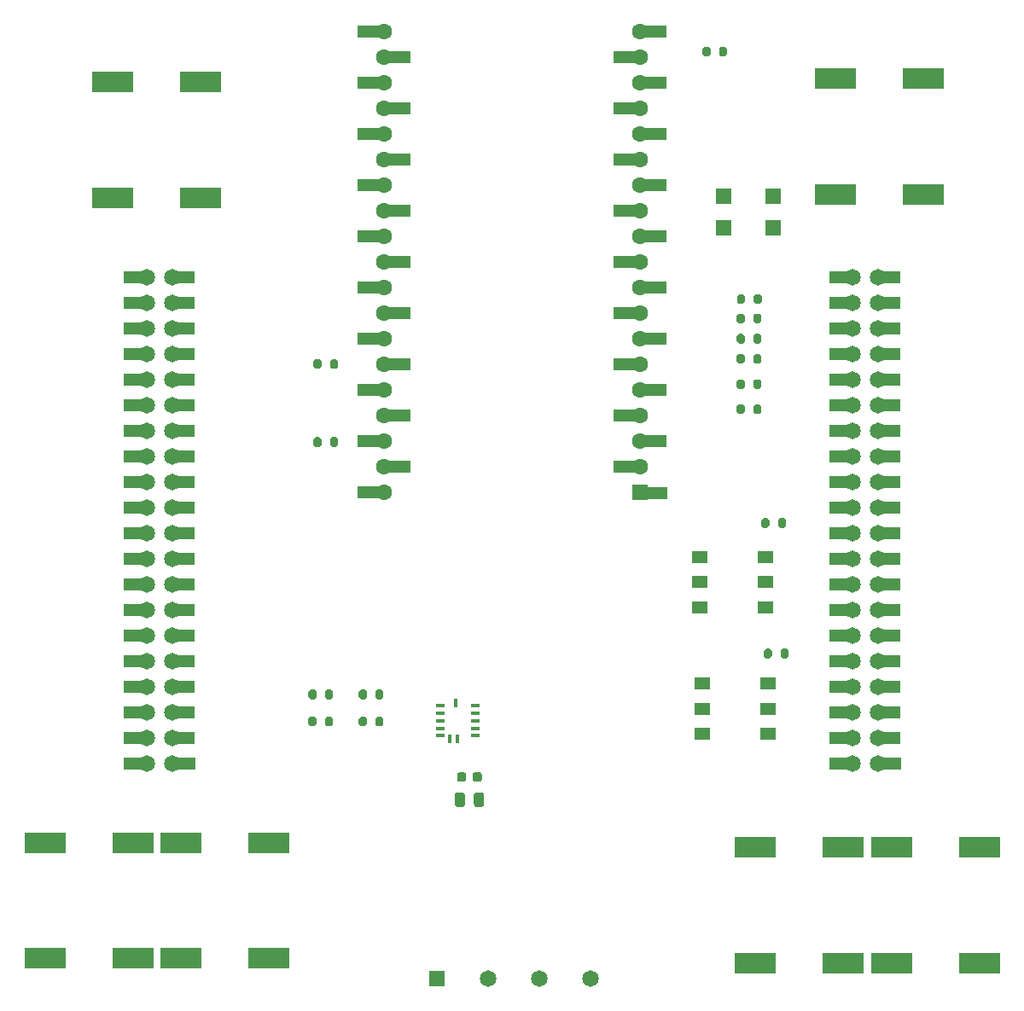
<source format=gbr>
%TF.GenerationSoftware,KiCad,Pcbnew,(5.1.9)-1*%
%TF.CreationDate,2021-10-25T22:56:29-04:00*%
%TF.ProjectId,ESP backpack,45535020-6261-4636-9b70-61636b2e6b69,rev?*%
%TF.SameCoordinates,Original*%
%TF.FileFunction,Soldermask,Top*%
%TF.FilePolarity,Negative*%
%FSLAX46Y46*%
G04 Gerber Fmt 4.6, Leading zero omitted, Abs format (unit mm)*
G04 Created by KiCad (PCBNEW (5.1.9)-1) date 2021-10-25 22:56:29*
%MOMM*%
%LPD*%
G01*
G04 APERTURE LIST*
%ADD10R,1.500000X1.200000*%
%ADD11R,1.500000X1.500000*%
%ADD12R,1.560000X1.560000*%
%ADD13C,1.600000*%
%ADD14R,2.000000X1.200000*%
%ADD15R,2.150000X1.200000*%
%ADD16R,1.778000X1.270000*%
%ADD17C,1.651000*%
%ADD18R,1.650000X1.650000*%
%ADD19C,1.650000*%
%ADD20R,4.100000X2.000000*%
%ADD21R,0.805000X0.350000*%
%ADD22R,0.400000X0.805000*%
G04 APERTURE END LIST*
D10*
%TO.C,S1*%
X75132000Y-53634000D03*
X75132000Y-56134000D03*
X75132000Y-58634000D03*
X68632000Y-53634000D03*
X68632000Y-56134000D03*
X68632000Y-58634000D03*
%TD*%
D11*
%TO.C,D1*%
X75856000Y-17831000D03*
X75856000Y-21031000D03*
X70956000Y-21031000D03*
X70956000Y-17831000D03*
%TD*%
D12*
%TO.C,U1*%
X62700000Y-47260000D03*
D13*
X62700000Y-44720000D03*
X62700000Y-1540000D03*
X62700000Y-42180000D03*
X62700000Y-39640000D03*
X62700000Y-37100000D03*
X62700000Y-34560000D03*
X62700000Y-32020000D03*
X62700000Y-29480000D03*
X62700000Y-26940000D03*
X62700000Y-24400000D03*
X62700000Y-21860000D03*
X62700000Y-19320000D03*
X62700000Y-16780000D03*
X62700000Y-14240000D03*
X62700000Y-11700000D03*
X62700000Y-9160000D03*
X62700000Y-6620000D03*
X62700000Y-4080000D03*
X37300000Y-47260000D03*
X37300000Y-44720000D03*
X37300000Y-42180000D03*
X37300000Y-39640000D03*
X37300000Y-37100000D03*
X37300000Y-34560000D03*
X37300000Y-32020000D03*
X37300000Y-29480000D03*
X37300000Y-26940000D03*
X37300000Y-24400000D03*
X37300000Y-21860000D03*
X37300000Y-19320000D03*
X37300000Y-16780000D03*
X37300000Y-14240000D03*
X37300000Y-11700000D03*
X37300000Y-9160000D03*
X37300000Y-6620000D03*
X37300000Y-4080000D03*
X37300000Y-1540000D03*
D14*
X64400000Y-47300000D03*
D15*
X61100000Y-44725000D03*
X61100000Y-39645000D03*
X61100000Y-34565000D03*
X61100000Y-29485000D03*
X61100000Y-24405000D03*
X61100000Y-19325000D03*
X61100000Y-14245000D03*
X61100000Y-9165000D03*
X61100000Y-4085000D03*
X64300000Y-42175000D03*
X64300000Y-37095000D03*
X64300000Y-32015000D03*
X64300000Y-26935000D03*
X64300000Y-21855000D03*
X64300000Y-16775000D03*
X64300000Y-11695000D03*
X64300000Y-6615000D03*
X64300000Y-1535000D03*
X35700000Y-1550000D03*
X38900000Y-4075000D03*
X38900000Y-9155000D03*
X38900000Y-44715000D03*
X38900000Y-24395000D03*
X35700000Y-6625000D03*
X38900000Y-39635000D03*
X38900000Y-14235000D03*
X38900000Y-19315000D03*
X38900000Y-34555000D03*
X38900000Y-29475000D03*
X35700000Y-26945000D03*
X35700000Y-11705000D03*
X35700000Y-42185000D03*
X35700000Y-21865000D03*
X35700000Y-16785000D03*
X35700000Y-37105000D03*
X35700000Y-47265000D03*
X35700000Y-32025000D03*
%TD*%
D16*
%TO.C,J1*%
X12300000Y-74130000D03*
X17700000Y-74130000D03*
D17*
X16270000Y-74130000D03*
X13730000Y-74130000D03*
D16*
X12280000Y-71590000D03*
X17670000Y-71590000D03*
D17*
X16270000Y-71590000D03*
X13730000Y-71590000D03*
D16*
X12280000Y-69050000D03*
X17670000Y-69050000D03*
D17*
X16270000Y-69050000D03*
X13730000Y-69050000D03*
D16*
X12280000Y-66510000D03*
X17670000Y-66510000D03*
D17*
X16270000Y-66510000D03*
X13730000Y-66510000D03*
D16*
X12280000Y-63970000D03*
X17670000Y-63970000D03*
D17*
X16270000Y-63970000D03*
X13730000Y-63970000D03*
D16*
X12280000Y-61430000D03*
X17670000Y-61430000D03*
D17*
X16270000Y-61430000D03*
X13730000Y-61430000D03*
D16*
X12280000Y-58890000D03*
X17670000Y-58890000D03*
D17*
X16270000Y-58890000D03*
X13730000Y-58890000D03*
D16*
X12280000Y-56350000D03*
X17670000Y-56350000D03*
D17*
X16270000Y-56350000D03*
X13730000Y-56350000D03*
D16*
X12280000Y-53810000D03*
X17670000Y-53810000D03*
D17*
X16270000Y-53810000D03*
X13730000Y-53810000D03*
D16*
X12280000Y-51270000D03*
X17670000Y-51270000D03*
D17*
X16270000Y-51270000D03*
X13730000Y-51270000D03*
D16*
X12280000Y-48730000D03*
X17670000Y-48730000D03*
D17*
X16270000Y-48730000D03*
X13730000Y-48730000D03*
D16*
X12280000Y-46190000D03*
X17670000Y-46190000D03*
D17*
X16270000Y-46190000D03*
X13730000Y-46190000D03*
D16*
X12280000Y-43650000D03*
X17670000Y-43650000D03*
D17*
X16270000Y-43650000D03*
X13730000Y-43650000D03*
D16*
X12280000Y-41110000D03*
X17670000Y-41110000D03*
D17*
X16270000Y-41110000D03*
X13730000Y-41110000D03*
D16*
X12280000Y-38570000D03*
X17670000Y-38570000D03*
D17*
X16270000Y-38570000D03*
X13730000Y-38570000D03*
D16*
X12280000Y-36030000D03*
X17670000Y-36030000D03*
D17*
X16270000Y-36030000D03*
X13730000Y-36030000D03*
D16*
X12280000Y-33490000D03*
X17670000Y-33490000D03*
D17*
X16270000Y-33490000D03*
X13730000Y-33490000D03*
D16*
X12280000Y-30950000D03*
X17670000Y-30950000D03*
D17*
X16270000Y-30950000D03*
X13730000Y-30950000D03*
D16*
X12280000Y-28410000D03*
X17670000Y-28410000D03*
D17*
X16270000Y-28410000D03*
X13730000Y-28410000D03*
D16*
X12280000Y-25870000D03*
X17670000Y-25870000D03*
D17*
X16270000Y-25870000D03*
X13730000Y-25870000D03*
%TD*%
%TO.C,J2*%
X83730000Y-25870000D03*
X86270000Y-25870000D03*
D16*
X87670000Y-25870000D03*
X82280000Y-25870000D03*
D17*
X83730000Y-28410000D03*
X86270000Y-28410000D03*
D16*
X87670000Y-28410000D03*
X82280000Y-28410000D03*
D17*
X83730000Y-30950000D03*
X86270000Y-30950000D03*
D16*
X87670000Y-30950000D03*
X82280000Y-30950000D03*
D17*
X83730000Y-33490000D03*
X86270000Y-33490000D03*
D16*
X87670000Y-33490000D03*
X82280000Y-33490000D03*
D17*
X83730000Y-36030000D03*
X86270000Y-36030000D03*
D16*
X87670000Y-36030000D03*
X82280000Y-36030000D03*
D17*
X83730000Y-38570000D03*
X86270000Y-38570000D03*
D16*
X87670000Y-38570000D03*
X82280000Y-38570000D03*
D17*
X83730000Y-41110000D03*
X86270000Y-41110000D03*
D16*
X87670000Y-41110000D03*
X82280000Y-41110000D03*
D17*
X83730000Y-43650000D03*
X86270000Y-43650000D03*
D16*
X87670000Y-43650000D03*
X82280000Y-43650000D03*
D17*
X83730000Y-46190000D03*
X86270000Y-46190000D03*
D16*
X87670000Y-46190000D03*
X82280000Y-46190000D03*
D17*
X83730000Y-48730000D03*
X86270000Y-48730000D03*
D16*
X87670000Y-48730000D03*
X82280000Y-48730000D03*
D17*
X83730000Y-51270000D03*
X86270000Y-51270000D03*
D16*
X87670000Y-51270000D03*
X82280000Y-51270000D03*
D17*
X83730000Y-53810000D03*
X86270000Y-53810000D03*
D16*
X87670000Y-53810000D03*
X82280000Y-53810000D03*
D17*
X83730000Y-56350000D03*
X86270000Y-56350000D03*
D16*
X87670000Y-56350000D03*
X82280000Y-56350000D03*
D17*
X83730000Y-58890000D03*
X86270000Y-58890000D03*
D16*
X87670000Y-58890000D03*
X82280000Y-58890000D03*
D17*
X83730000Y-61430000D03*
X86270000Y-61430000D03*
D16*
X87670000Y-61430000D03*
X82280000Y-61430000D03*
D17*
X83730000Y-63970000D03*
X86270000Y-63970000D03*
D16*
X87670000Y-63970000D03*
X82280000Y-63970000D03*
D17*
X83730000Y-66510000D03*
X86270000Y-66510000D03*
D16*
X87670000Y-66510000D03*
X82280000Y-66510000D03*
D17*
X83730000Y-69050000D03*
X86270000Y-69050000D03*
D16*
X87670000Y-69050000D03*
X82280000Y-69050000D03*
D17*
X83730000Y-71590000D03*
X86270000Y-71590000D03*
D16*
X87670000Y-71590000D03*
X82280000Y-71590000D03*
D17*
X83730000Y-74130000D03*
X86270000Y-74130000D03*
D16*
X87700000Y-74130000D03*
X82300000Y-74130000D03*
%TD*%
D18*
%TO.C,5VDC_IN1*%
X42500000Y-95500000D03*
D19*
X47580000Y-95500000D03*
X52660000Y-95500000D03*
X57740000Y-95500000D03*
%TD*%
D20*
%TO.C,C6*%
X19050000Y-6500000D03*
X10350000Y-6500000D03*
%TD*%
%TO.C,C1*%
G36*
G01*
X46975000Y-75250000D02*
X46975000Y-75750000D01*
G75*
G02*
X46750000Y-75975000I-225000J0D01*
G01*
X46300000Y-75975000D01*
G75*
G02*
X46075000Y-75750000I0J225000D01*
G01*
X46075000Y-75250000D01*
G75*
G02*
X46300000Y-75025000I225000J0D01*
G01*
X46750000Y-75025000D01*
G75*
G02*
X46975000Y-75250000I0J-225000D01*
G01*
G37*
G36*
G01*
X45425000Y-75250000D02*
X45425000Y-75750000D01*
G75*
G02*
X45200000Y-75975000I-225000J0D01*
G01*
X44750000Y-75975000D01*
G75*
G02*
X44525000Y-75750000I0J225000D01*
G01*
X44525000Y-75250000D01*
G75*
G02*
X44750000Y-75025000I225000J0D01*
G01*
X45200000Y-75025000D01*
G75*
G02*
X45425000Y-75250000I0J-225000D01*
G01*
G37*
%TD*%
%TO.C,C2*%
G36*
G01*
X47200000Y-77275000D02*
X47200000Y-78225000D01*
G75*
G02*
X46950000Y-78475000I-250000J0D01*
G01*
X46450000Y-78475000D01*
G75*
G02*
X46200000Y-78225000I0J250000D01*
G01*
X46200000Y-77275000D01*
G75*
G02*
X46450000Y-77025000I250000J0D01*
G01*
X46950000Y-77025000D01*
G75*
G02*
X47200000Y-77275000I0J-250000D01*
G01*
G37*
G36*
G01*
X45300000Y-77275000D02*
X45300000Y-78225000D01*
G75*
G02*
X45050000Y-78475000I-250000J0D01*
G01*
X44550000Y-78475000D01*
G75*
G02*
X44300000Y-78225000I0J250000D01*
G01*
X44300000Y-77275000D01*
G75*
G02*
X44550000Y-77025000I250000J0D01*
G01*
X45050000Y-77025000D01*
G75*
G02*
X45300000Y-77275000I0J-250000D01*
G01*
G37*
%TD*%
%TO.C,C3*%
X82850000Y-82500000D03*
X74150000Y-82500000D03*
%TD*%
%TO.C,C4*%
X90750000Y-17700000D03*
X82050000Y-17700000D03*
%TD*%
%TO.C,C5*%
X19050000Y-18000000D03*
X10350000Y-18000000D03*
%TD*%
%TO.C,C7*%
X12350000Y-82000000D03*
X3650000Y-82000000D03*
%TD*%
%TO.C,C8*%
X96350000Y-82500000D03*
X87650000Y-82500000D03*
%TD*%
%TO.C,C9*%
X17150000Y-82000000D03*
X25850000Y-82000000D03*
%TD*%
%TO.C,C10*%
X3650000Y-93500000D03*
X12350000Y-93500000D03*
%TD*%
%TO.C,C11*%
X87650000Y-94000000D03*
X96350000Y-94000000D03*
%TD*%
%TO.C,C12*%
X90750000Y-6200000D03*
X82050000Y-6200000D03*
%TD*%
%TO.C,ExtPower1*%
G36*
G01*
X69675000Y-3225000D02*
X69675000Y-3775000D01*
G75*
G02*
X69475000Y-3975000I-200000J0D01*
G01*
X69075000Y-3975000D01*
G75*
G02*
X68875000Y-3775000I0J200000D01*
G01*
X68875000Y-3225000D01*
G75*
G02*
X69075000Y-3025000I200000J0D01*
G01*
X69475000Y-3025000D01*
G75*
G02*
X69675000Y-3225000I0J-200000D01*
G01*
G37*
G36*
G01*
X71325000Y-3225000D02*
X71325000Y-3775000D01*
G75*
G02*
X71125000Y-3975000I-200000J0D01*
G01*
X70725000Y-3975000D01*
G75*
G02*
X70525000Y-3775000I0J200000D01*
G01*
X70525000Y-3225000D01*
G75*
G02*
X70725000Y-3025000I200000J0D01*
G01*
X71125000Y-3025000D01*
G75*
G02*
X71325000Y-3225000I0J-200000D01*
G01*
G37*
%TD*%
%TO.C,R2*%
G36*
G01*
X32725000Y-41975000D02*
X32725000Y-42525000D01*
G75*
G02*
X32525000Y-42725000I-200000J0D01*
G01*
X32125000Y-42725000D01*
G75*
G02*
X31925000Y-42525000I0J200000D01*
G01*
X31925000Y-41975000D01*
G75*
G02*
X32125000Y-41775000I200000J0D01*
G01*
X32525000Y-41775000D01*
G75*
G02*
X32725000Y-41975000I0J-200000D01*
G01*
G37*
G36*
G01*
X31075000Y-41975000D02*
X31075000Y-42525000D01*
G75*
G02*
X30875000Y-42725000I-200000J0D01*
G01*
X30475000Y-42725000D01*
G75*
G02*
X30275000Y-42525000I0J200000D01*
G01*
X30275000Y-41975000D01*
G75*
G02*
X30475000Y-41775000I200000J0D01*
G01*
X30875000Y-41775000D01*
G75*
G02*
X31075000Y-41975000I0J-200000D01*
G01*
G37*
%TD*%
%TO.C,R7*%
G36*
G01*
X72275000Y-39275000D02*
X72275000Y-38725000D01*
G75*
G02*
X72475000Y-38525000I200000J0D01*
G01*
X72875000Y-38525000D01*
G75*
G02*
X73075000Y-38725000I0J-200000D01*
G01*
X73075000Y-39275000D01*
G75*
G02*
X72875000Y-39475000I-200000J0D01*
G01*
X72475000Y-39475000D01*
G75*
G02*
X72275000Y-39275000I0J200000D01*
G01*
G37*
G36*
G01*
X73925000Y-39275000D02*
X73925000Y-38725000D01*
G75*
G02*
X74125000Y-38525000I200000J0D01*
G01*
X74525000Y-38525000D01*
G75*
G02*
X74725000Y-38725000I0J-200000D01*
G01*
X74725000Y-39275000D01*
G75*
G02*
X74525000Y-39475000I-200000J0D01*
G01*
X74125000Y-39475000D01*
G75*
G02*
X73925000Y-39275000I0J200000D01*
G01*
G37*
%TD*%
%TO.C,R6*%
G36*
G01*
X73925000Y-36775000D02*
X73925000Y-36225000D01*
G75*
G02*
X74125000Y-36025000I200000J0D01*
G01*
X74525000Y-36025000D01*
G75*
G02*
X74725000Y-36225000I0J-200000D01*
G01*
X74725000Y-36775000D01*
G75*
G02*
X74525000Y-36975000I-200000J0D01*
G01*
X74125000Y-36975000D01*
G75*
G02*
X73925000Y-36775000I0J200000D01*
G01*
G37*
G36*
G01*
X72275000Y-36775000D02*
X72275000Y-36225000D01*
G75*
G02*
X72475000Y-36025000I200000J0D01*
G01*
X72875000Y-36025000D01*
G75*
G02*
X73075000Y-36225000I0J-200000D01*
G01*
X73075000Y-36775000D01*
G75*
G02*
X72875000Y-36975000I-200000J0D01*
G01*
X72475000Y-36975000D01*
G75*
G02*
X72275000Y-36775000I0J200000D01*
G01*
G37*
%TD*%
%TO.C,R1*%
G36*
G01*
X31075000Y-34225000D02*
X31075000Y-34775000D01*
G75*
G02*
X30875000Y-34975000I-200000J0D01*
G01*
X30475000Y-34975000D01*
G75*
G02*
X30275000Y-34775000I0J200000D01*
G01*
X30275000Y-34225000D01*
G75*
G02*
X30475000Y-34025000I200000J0D01*
G01*
X30875000Y-34025000D01*
G75*
G02*
X31075000Y-34225000I0J-200000D01*
G01*
G37*
G36*
G01*
X32725000Y-34225000D02*
X32725000Y-34775000D01*
G75*
G02*
X32525000Y-34975000I-200000J0D01*
G01*
X32125000Y-34975000D01*
G75*
G02*
X31925000Y-34775000I0J200000D01*
G01*
X31925000Y-34225000D01*
G75*
G02*
X32125000Y-34025000I200000J0D01*
G01*
X32525000Y-34025000D01*
G75*
G02*
X32725000Y-34225000I0J-200000D01*
G01*
G37*
%TD*%
%TO.C,R5*%
G36*
G01*
X73925000Y-34275000D02*
X73925000Y-33725000D01*
G75*
G02*
X74125000Y-33525000I200000J0D01*
G01*
X74525000Y-33525000D01*
G75*
G02*
X74725000Y-33725000I0J-200000D01*
G01*
X74725000Y-34275000D01*
G75*
G02*
X74525000Y-34475000I-200000J0D01*
G01*
X74125000Y-34475000D01*
G75*
G02*
X73925000Y-34275000I0J200000D01*
G01*
G37*
G36*
G01*
X72275000Y-34275000D02*
X72275000Y-33725000D01*
G75*
G02*
X72475000Y-33525000I200000J0D01*
G01*
X72875000Y-33525000D01*
G75*
G02*
X73075000Y-33725000I0J-200000D01*
G01*
X73075000Y-34275000D01*
G75*
G02*
X72875000Y-34475000I-200000J0D01*
G01*
X72475000Y-34475000D01*
G75*
G02*
X72275000Y-34275000I0J200000D01*
G01*
G37*
%TD*%
%TO.C,R4*%
G36*
G01*
X72275000Y-32275000D02*
X72275000Y-31725000D01*
G75*
G02*
X72475000Y-31525000I200000J0D01*
G01*
X72875000Y-31525000D01*
G75*
G02*
X73075000Y-31725000I0J-200000D01*
G01*
X73075000Y-32275000D01*
G75*
G02*
X72875000Y-32475000I-200000J0D01*
G01*
X72475000Y-32475000D01*
G75*
G02*
X72275000Y-32275000I0J200000D01*
G01*
G37*
G36*
G01*
X73925000Y-32275000D02*
X73925000Y-31725000D01*
G75*
G02*
X74125000Y-31525000I200000J0D01*
G01*
X74525000Y-31525000D01*
G75*
G02*
X74725000Y-31725000I0J-200000D01*
G01*
X74725000Y-32275000D01*
G75*
G02*
X74525000Y-32475000I-200000J0D01*
G01*
X74125000Y-32475000D01*
G75*
G02*
X73925000Y-32275000I0J200000D01*
G01*
G37*
%TD*%
%TO.C,R3*%
G36*
G01*
X72275000Y-30275000D02*
X72275000Y-29725000D01*
G75*
G02*
X72475000Y-29525000I200000J0D01*
G01*
X72875000Y-29525000D01*
G75*
G02*
X73075000Y-29725000I0J-200000D01*
G01*
X73075000Y-30275000D01*
G75*
G02*
X72875000Y-30475000I-200000J0D01*
G01*
X72475000Y-30475000D01*
G75*
G02*
X72275000Y-30275000I0J200000D01*
G01*
G37*
G36*
G01*
X73925000Y-30275000D02*
X73925000Y-29725000D01*
G75*
G02*
X74125000Y-29525000I200000J0D01*
G01*
X74525000Y-29525000D01*
G75*
G02*
X74725000Y-29725000I0J-200000D01*
G01*
X74725000Y-30275000D01*
G75*
G02*
X74525000Y-30475000I-200000J0D01*
G01*
X74125000Y-30475000D01*
G75*
G02*
X73925000Y-30275000I0J200000D01*
G01*
G37*
%TD*%
%TO.C,SCL1*%
G36*
G01*
X36425000Y-67575000D02*
X36425000Y-67025000D01*
G75*
G02*
X36625000Y-66825000I200000J0D01*
G01*
X37025000Y-66825000D01*
G75*
G02*
X37225000Y-67025000I0J-200000D01*
G01*
X37225000Y-67575000D01*
G75*
G02*
X37025000Y-67775000I-200000J0D01*
G01*
X36625000Y-67775000D01*
G75*
G02*
X36425000Y-67575000I0J200000D01*
G01*
G37*
G36*
G01*
X34775000Y-67575000D02*
X34775000Y-67025000D01*
G75*
G02*
X34975000Y-66825000I200000J0D01*
G01*
X35375000Y-66825000D01*
G75*
G02*
X35575000Y-67025000I0J-200000D01*
G01*
X35575000Y-67575000D01*
G75*
G02*
X35375000Y-67775000I-200000J0D01*
G01*
X34975000Y-67775000D01*
G75*
G02*
X34775000Y-67575000I0J200000D01*
G01*
G37*
%TD*%
%TO.C,SCL_EXT1*%
G36*
G01*
X31425000Y-67575000D02*
X31425000Y-67025000D01*
G75*
G02*
X31625000Y-66825000I200000J0D01*
G01*
X32025000Y-66825000D01*
G75*
G02*
X32225000Y-67025000I0J-200000D01*
G01*
X32225000Y-67575000D01*
G75*
G02*
X32025000Y-67775000I-200000J0D01*
G01*
X31625000Y-67775000D01*
G75*
G02*
X31425000Y-67575000I0J200000D01*
G01*
G37*
G36*
G01*
X29775000Y-67575000D02*
X29775000Y-67025000D01*
G75*
G02*
X29975000Y-66825000I200000J0D01*
G01*
X30375000Y-66825000D01*
G75*
G02*
X30575000Y-67025000I0J-200000D01*
G01*
X30575000Y-67575000D01*
G75*
G02*
X30375000Y-67775000I-200000J0D01*
G01*
X29975000Y-67775000D01*
G75*
G02*
X29775000Y-67575000I0J200000D01*
G01*
G37*
%TD*%
%TO.C,SDA1*%
G36*
G01*
X34775000Y-70275000D02*
X34775000Y-69725000D01*
G75*
G02*
X34975000Y-69525000I200000J0D01*
G01*
X35375000Y-69525000D01*
G75*
G02*
X35575000Y-69725000I0J-200000D01*
G01*
X35575000Y-70275000D01*
G75*
G02*
X35375000Y-70475000I-200000J0D01*
G01*
X34975000Y-70475000D01*
G75*
G02*
X34775000Y-70275000I0J200000D01*
G01*
G37*
G36*
G01*
X36425000Y-70275000D02*
X36425000Y-69725000D01*
G75*
G02*
X36625000Y-69525000I200000J0D01*
G01*
X37025000Y-69525000D01*
G75*
G02*
X37225000Y-69725000I0J-200000D01*
G01*
X37225000Y-70275000D01*
G75*
G02*
X37025000Y-70475000I-200000J0D01*
G01*
X36625000Y-70475000D01*
G75*
G02*
X36425000Y-70275000I0J200000D01*
G01*
G37*
%TD*%
%TO.C,SDA_EXT1*%
G36*
G01*
X29775000Y-70275000D02*
X29775000Y-69725000D01*
G75*
G02*
X29975000Y-69525000I200000J0D01*
G01*
X30375000Y-69525000D01*
G75*
G02*
X30575000Y-69725000I0J-200000D01*
G01*
X30575000Y-70275000D01*
G75*
G02*
X30375000Y-70475000I-200000J0D01*
G01*
X29975000Y-70475000D01*
G75*
G02*
X29775000Y-70275000I0J200000D01*
G01*
G37*
G36*
G01*
X31425000Y-70275000D02*
X31425000Y-69725000D01*
G75*
G02*
X31625000Y-69525000I200000J0D01*
G01*
X32025000Y-69525000D01*
G75*
G02*
X32225000Y-69725000I0J-200000D01*
G01*
X32225000Y-70275000D01*
G75*
G02*
X32025000Y-70475000I-200000J0D01*
G01*
X31625000Y-70475000D01*
G75*
G02*
X31425000Y-70275000I0J200000D01*
G01*
G37*
%TD*%
D21*
%TO.C,U2*%
X42832500Y-68400000D03*
X42832500Y-69900000D03*
X42832500Y-69150000D03*
X42832500Y-70650000D03*
X42832500Y-71400000D03*
X46372500Y-68400000D03*
X46372500Y-69150000D03*
X46372500Y-69900000D03*
X46372500Y-70650000D03*
X46372500Y-71400000D03*
D22*
X44425000Y-68127500D03*
X44600000Y-71672500D03*
X43800000Y-71672500D03*
%TD*%
D20*
%TO.C,C13*%
X25850000Y-93500000D03*
X17150000Y-93500000D03*
%TD*%
%TO.C,C14*%
X82850000Y-94000000D03*
X74150000Y-94000000D03*
%TD*%
%TO.C,R8*%
G36*
G01*
X74721000Y-50567000D02*
X74721000Y-50017000D01*
G75*
G02*
X74921000Y-49817000I200000J0D01*
G01*
X75321000Y-49817000D01*
G75*
G02*
X75521000Y-50017000I0J-200000D01*
G01*
X75521000Y-50567000D01*
G75*
G02*
X75321000Y-50767000I-200000J0D01*
G01*
X74921000Y-50767000D01*
G75*
G02*
X74721000Y-50567000I0J200000D01*
G01*
G37*
G36*
G01*
X76371000Y-50567000D02*
X76371000Y-50017000D01*
G75*
G02*
X76571000Y-49817000I200000J0D01*
G01*
X76971000Y-49817000D01*
G75*
G02*
X77171000Y-50017000I0J-200000D01*
G01*
X77171000Y-50567000D01*
G75*
G02*
X76971000Y-50767000I-200000J0D01*
G01*
X76571000Y-50767000D01*
G75*
G02*
X76371000Y-50567000I0J200000D01*
G01*
G37*
%TD*%
%TO.C,R9*%
G36*
G01*
X76625000Y-63521000D02*
X76625000Y-62971000D01*
G75*
G02*
X76825000Y-62771000I200000J0D01*
G01*
X77225000Y-62771000D01*
G75*
G02*
X77425000Y-62971000I0J-200000D01*
G01*
X77425000Y-63521000D01*
G75*
G02*
X77225000Y-63721000I-200000J0D01*
G01*
X76825000Y-63721000D01*
G75*
G02*
X76625000Y-63521000I0J200000D01*
G01*
G37*
G36*
G01*
X74975000Y-63521000D02*
X74975000Y-62971000D01*
G75*
G02*
X75175000Y-62771000I200000J0D01*
G01*
X75575000Y-62771000D01*
G75*
G02*
X75775000Y-62971000I0J-200000D01*
G01*
X75775000Y-63521000D01*
G75*
G02*
X75575000Y-63721000I-200000J0D01*
G01*
X75175000Y-63721000D01*
G75*
G02*
X74975000Y-63521000I0J200000D01*
G01*
G37*
%TD*%
%TO.C,R10*%
G36*
G01*
X72308000Y-28342000D02*
X72308000Y-27792000D01*
G75*
G02*
X72508000Y-27592000I200000J0D01*
G01*
X72908000Y-27592000D01*
G75*
G02*
X73108000Y-27792000I0J-200000D01*
G01*
X73108000Y-28342000D01*
G75*
G02*
X72908000Y-28542000I-200000J0D01*
G01*
X72508000Y-28542000D01*
G75*
G02*
X72308000Y-28342000I0J200000D01*
G01*
G37*
G36*
G01*
X73958000Y-28342000D02*
X73958000Y-27792000D01*
G75*
G02*
X74158000Y-27592000I200000J0D01*
G01*
X74558000Y-27592000D01*
G75*
G02*
X74758000Y-27792000I0J-200000D01*
G01*
X74758000Y-28342000D01*
G75*
G02*
X74558000Y-28542000I-200000J0D01*
G01*
X74158000Y-28542000D01*
G75*
G02*
X73958000Y-28342000I0J200000D01*
G01*
G37*
%TD*%
D10*
%TO.C,S2*%
X75386000Y-66207000D03*
X75386000Y-68707000D03*
X75386000Y-71207000D03*
X68886000Y-66207000D03*
X68886000Y-68707000D03*
X68886000Y-71207000D03*
%TD*%
M02*

</source>
